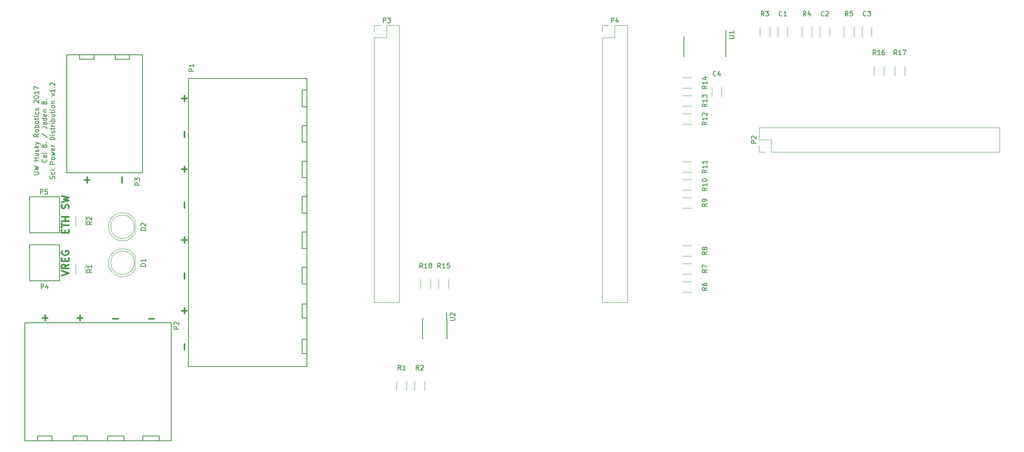
<source format=gbr>
G04 #@! TF.FileFunction,Legend,Top*
%FSLAX46Y46*%
G04 Gerber Fmt 4.6, Leading zero omitted, Abs format (unit mm)*
G04 Created by KiCad (PCBNEW 4.0.3-stable) date 05/06/17 11:59:30*
%MOMM*%
%LPD*%
G01*
G04 APERTURE LIST*
%ADD10C,0.100000*%
%ADD11C,0.300000*%
%ADD12C,0.200000*%
%ADD13C,0.120000*%
%ADD14C,0.150000*%
G04 APERTURE END LIST*
D10*
D11*
X47438571Y-102373571D02*
X48938571Y-101873571D01*
X47438571Y-101373571D01*
X48938571Y-100016428D02*
X48224286Y-100516428D01*
X48938571Y-100873571D02*
X47438571Y-100873571D01*
X47438571Y-100302143D01*
X47510000Y-100159285D01*
X47581429Y-100087857D01*
X47724286Y-100016428D01*
X47938571Y-100016428D01*
X48081429Y-100087857D01*
X48152857Y-100159285D01*
X48224286Y-100302143D01*
X48224286Y-100873571D01*
X48152857Y-99373571D02*
X48152857Y-98873571D01*
X48938571Y-98659285D02*
X48938571Y-99373571D01*
X47438571Y-99373571D01*
X47438571Y-98659285D01*
X47510000Y-97230714D02*
X47438571Y-97373571D01*
X47438571Y-97587857D01*
X47510000Y-97802142D01*
X47652857Y-97945000D01*
X47795714Y-98016428D01*
X48081429Y-98087857D01*
X48295714Y-98087857D01*
X48581429Y-98016428D01*
X48724286Y-97945000D01*
X48867143Y-97802142D01*
X48938571Y-97587857D01*
X48938571Y-97445000D01*
X48867143Y-97230714D01*
X48795714Y-97159285D01*
X48295714Y-97159285D01*
X48295714Y-97445000D01*
X48152857Y-93356428D02*
X48152857Y-92856428D01*
X48938571Y-92642142D02*
X48938571Y-93356428D01*
X47438571Y-93356428D01*
X47438571Y-92642142D01*
X47438571Y-92213571D02*
X47438571Y-91356428D01*
X48938571Y-91784999D02*
X47438571Y-91784999D01*
X48938571Y-90856428D02*
X47438571Y-90856428D01*
X48152857Y-90856428D02*
X48152857Y-89999285D01*
X48938571Y-89999285D02*
X47438571Y-89999285D01*
X48867143Y-88213571D02*
X48938571Y-87999285D01*
X48938571Y-87642142D01*
X48867143Y-87499285D01*
X48795714Y-87427856D01*
X48652857Y-87356428D01*
X48510000Y-87356428D01*
X48367143Y-87427856D01*
X48295714Y-87499285D01*
X48224286Y-87642142D01*
X48152857Y-87927856D01*
X48081429Y-88070714D01*
X48010000Y-88142142D01*
X47867143Y-88213571D01*
X47724286Y-88213571D01*
X47581429Y-88142142D01*
X47510000Y-88070714D01*
X47438571Y-87927856D01*
X47438571Y-87570714D01*
X47510000Y-87356428D01*
X47438571Y-86856428D02*
X48938571Y-86499285D01*
X47867143Y-86213571D01*
X48938571Y-85927857D01*
X47438571Y-85570714D01*
X43922143Y-111950428D02*
X43922143Y-110807571D01*
X44493571Y-111379000D02*
X43350714Y-111379000D01*
X66992428Y-111525857D02*
X65849571Y-111525857D01*
X59372428Y-111525857D02*
X58229571Y-111525857D01*
X51288143Y-111950428D02*
X51288143Y-110807571D01*
X51859571Y-111379000D02*
X50716714Y-111379000D01*
X73386143Y-110426428D02*
X73386143Y-109283571D01*
X73957571Y-109855000D02*
X72814714Y-109855000D01*
X73386143Y-118046428D02*
X73386143Y-116903571D01*
X73386143Y-103060428D02*
X73386143Y-101917571D01*
X73386143Y-95440428D02*
X73386143Y-94297571D01*
X73957571Y-94869000D02*
X72814714Y-94869000D01*
X73386143Y-88074428D02*
X73386143Y-86931571D01*
X73386143Y-80454428D02*
X73386143Y-79311571D01*
X73957571Y-79883000D02*
X72814714Y-79883000D01*
X73386143Y-73088428D02*
X73386143Y-71945571D01*
X73386143Y-65468428D02*
X73386143Y-64325571D01*
X73957571Y-64897000D02*
X72814714Y-64897000D01*
X60178143Y-82740428D02*
X60178143Y-81597571D01*
X52812143Y-82740428D02*
X52812143Y-81597571D01*
X53383571Y-82169000D02*
X52240714Y-82169000D01*
D12*
X41567381Y-81040715D02*
X42376905Y-81040715D01*
X42472143Y-80993096D01*
X42519762Y-80945477D01*
X42567381Y-80850239D01*
X42567381Y-80659762D01*
X42519762Y-80564524D01*
X42472143Y-80516905D01*
X42376905Y-80469286D01*
X41567381Y-80469286D01*
X41567381Y-80088334D02*
X42567381Y-79850239D01*
X41853095Y-79659762D01*
X42567381Y-79469286D01*
X41567381Y-79231191D01*
X42567381Y-78088334D02*
X41567381Y-78088334D01*
X42043571Y-78088334D02*
X42043571Y-77516905D01*
X42567381Y-77516905D02*
X41567381Y-77516905D01*
X41900714Y-76612143D02*
X42567381Y-76612143D01*
X41900714Y-77040715D02*
X42424524Y-77040715D01*
X42519762Y-76993096D01*
X42567381Y-76897858D01*
X42567381Y-76755000D01*
X42519762Y-76659762D01*
X42472143Y-76612143D01*
X42519762Y-76183572D02*
X42567381Y-76088334D01*
X42567381Y-75897858D01*
X42519762Y-75802619D01*
X42424524Y-75755000D01*
X42376905Y-75755000D01*
X42281667Y-75802619D01*
X42234048Y-75897858D01*
X42234048Y-76040715D01*
X42186429Y-76135953D01*
X42091190Y-76183572D01*
X42043571Y-76183572D01*
X41948333Y-76135953D01*
X41900714Y-76040715D01*
X41900714Y-75897858D01*
X41948333Y-75802619D01*
X42567381Y-75326429D02*
X41567381Y-75326429D01*
X42186429Y-75231191D02*
X42567381Y-74945476D01*
X41900714Y-74945476D02*
X42281667Y-75326429D01*
X41900714Y-74612143D02*
X42567381Y-74374048D01*
X41900714Y-74135952D02*
X42567381Y-74374048D01*
X42805476Y-74469286D01*
X42853095Y-74516905D01*
X42900714Y-74612143D01*
X42567381Y-72421666D02*
X42091190Y-72755000D01*
X42567381Y-72993095D02*
X41567381Y-72993095D01*
X41567381Y-72612142D01*
X41615000Y-72516904D01*
X41662619Y-72469285D01*
X41757857Y-72421666D01*
X41900714Y-72421666D01*
X41995952Y-72469285D01*
X42043571Y-72516904D01*
X42091190Y-72612142D01*
X42091190Y-72993095D01*
X42567381Y-71850238D02*
X42519762Y-71945476D01*
X42472143Y-71993095D01*
X42376905Y-72040714D01*
X42091190Y-72040714D01*
X41995952Y-71993095D01*
X41948333Y-71945476D01*
X41900714Y-71850238D01*
X41900714Y-71707380D01*
X41948333Y-71612142D01*
X41995952Y-71564523D01*
X42091190Y-71516904D01*
X42376905Y-71516904D01*
X42472143Y-71564523D01*
X42519762Y-71612142D01*
X42567381Y-71707380D01*
X42567381Y-71850238D01*
X42567381Y-71088333D02*
X41567381Y-71088333D01*
X41948333Y-71088333D02*
X41900714Y-70993095D01*
X41900714Y-70802618D01*
X41948333Y-70707380D01*
X41995952Y-70659761D01*
X42091190Y-70612142D01*
X42376905Y-70612142D01*
X42472143Y-70659761D01*
X42519762Y-70707380D01*
X42567381Y-70802618D01*
X42567381Y-70993095D01*
X42519762Y-71088333D01*
X42567381Y-70040714D02*
X42519762Y-70135952D01*
X42472143Y-70183571D01*
X42376905Y-70231190D01*
X42091190Y-70231190D01*
X41995952Y-70183571D01*
X41948333Y-70135952D01*
X41900714Y-70040714D01*
X41900714Y-69897856D01*
X41948333Y-69802618D01*
X41995952Y-69754999D01*
X42091190Y-69707380D01*
X42376905Y-69707380D01*
X42472143Y-69754999D01*
X42519762Y-69802618D01*
X42567381Y-69897856D01*
X42567381Y-70040714D01*
X41900714Y-69421666D02*
X41900714Y-69040714D01*
X41567381Y-69278809D02*
X42424524Y-69278809D01*
X42519762Y-69231190D01*
X42567381Y-69135952D01*
X42567381Y-69040714D01*
X42567381Y-68707380D02*
X41900714Y-68707380D01*
X41567381Y-68707380D02*
X41615000Y-68754999D01*
X41662619Y-68707380D01*
X41615000Y-68659761D01*
X41567381Y-68707380D01*
X41662619Y-68707380D01*
X42519762Y-67802618D02*
X42567381Y-67897856D01*
X42567381Y-68088333D01*
X42519762Y-68183571D01*
X42472143Y-68231190D01*
X42376905Y-68278809D01*
X42091190Y-68278809D01*
X41995952Y-68231190D01*
X41948333Y-68183571D01*
X41900714Y-68088333D01*
X41900714Y-67897856D01*
X41948333Y-67802618D01*
X42519762Y-67421666D02*
X42567381Y-67326428D01*
X42567381Y-67135952D01*
X42519762Y-67040713D01*
X42424524Y-66993094D01*
X42376905Y-66993094D01*
X42281667Y-67040713D01*
X42234048Y-67135952D01*
X42234048Y-67278809D01*
X42186429Y-67374047D01*
X42091190Y-67421666D01*
X42043571Y-67421666D01*
X41948333Y-67374047D01*
X41900714Y-67278809D01*
X41900714Y-67135952D01*
X41948333Y-67040713D01*
X41662619Y-65850237D02*
X41615000Y-65802618D01*
X41567381Y-65707380D01*
X41567381Y-65469284D01*
X41615000Y-65374046D01*
X41662619Y-65326427D01*
X41757857Y-65278808D01*
X41853095Y-65278808D01*
X41995952Y-65326427D01*
X42567381Y-65897856D01*
X42567381Y-65278808D01*
X41567381Y-64659761D02*
X41567381Y-64564522D01*
X41615000Y-64469284D01*
X41662619Y-64421665D01*
X41757857Y-64374046D01*
X41948333Y-64326427D01*
X42186429Y-64326427D01*
X42376905Y-64374046D01*
X42472143Y-64421665D01*
X42519762Y-64469284D01*
X42567381Y-64564522D01*
X42567381Y-64659761D01*
X42519762Y-64754999D01*
X42472143Y-64802618D01*
X42376905Y-64850237D01*
X42186429Y-64897856D01*
X41948333Y-64897856D01*
X41757857Y-64850237D01*
X41662619Y-64802618D01*
X41615000Y-64754999D01*
X41567381Y-64659761D01*
X42567381Y-63374046D02*
X42567381Y-63945475D01*
X42567381Y-63659761D02*
X41567381Y-63659761D01*
X41710238Y-63754999D01*
X41805476Y-63850237D01*
X41853095Y-63945475D01*
X41567381Y-63040713D02*
X41567381Y-62374046D01*
X42567381Y-62802618D01*
X44172143Y-77826428D02*
X44219762Y-77874047D01*
X44267381Y-78016904D01*
X44267381Y-78112142D01*
X44219762Y-78255000D01*
X44124524Y-78350238D01*
X44029286Y-78397857D01*
X43838810Y-78445476D01*
X43695952Y-78445476D01*
X43505476Y-78397857D01*
X43410238Y-78350238D01*
X43315000Y-78255000D01*
X43267381Y-78112142D01*
X43267381Y-78016904D01*
X43315000Y-77874047D01*
X43362619Y-77826428D01*
X44267381Y-76969285D02*
X43743571Y-76969285D01*
X43648333Y-77016904D01*
X43600714Y-77112142D01*
X43600714Y-77302619D01*
X43648333Y-77397857D01*
X44219762Y-76969285D02*
X44267381Y-77064523D01*
X44267381Y-77302619D01*
X44219762Y-77397857D01*
X44124524Y-77445476D01*
X44029286Y-77445476D01*
X43934048Y-77397857D01*
X43886429Y-77302619D01*
X43886429Y-77064523D01*
X43838810Y-76969285D01*
X44267381Y-76493095D02*
X43600714Y-76493095D01*
X43267381Y-76493095D02*
X43315000Y-76540714D01*
X43362619Y-76493095D01*
X43315000Y-76445476D01*
X43267381Y-76493095D01*
X43362619Y-76493095D01*
X43743571Y-74921666D02*
X43791190Y-74778809D01*
X43838810Y-74731190D01*
X43934048Y-74683571D01*
X44076905Y-74683571D01*
X44172143Y-74731190D01*
X44219762Y-74778809D01*
X44267381Y-74874047D01*
X44267381Y-75255000D01*
X43267381Y-75255000D01*
X43267381Y-74921666D01*
X43315000Y-74826428D01*
X43362619Y-74778809D01*
X43457857Y-74731190D01*
X43553095Y-74731190D01*
X43648333Y-74778809D01*
X43695952Y-74826428D01*
X43743571Y-74921666D01*
X43743571Y-75255000D01*
X44172143Y-74255000D02*
X44219762Y-74207381D01*
X44267381Y-74255000D01*
X44219762Y-74302619D01*
X44172143Y-74255000D01*
X44267381Y-74255000D01*
X43219762Y-72302619D02*
X44505476Y-73159762D01*
X43267381Y-70921666D02*
X43981667Y-70921666D01*
X44124524Y-70969286D01*
X44219762Y-71064524D01*
X44267381Y-71207381D01*
X44267381Y-71302619D01*
X44267381Y-70016904D02*
X43743571Y-70016904D01*
X43648333Y-70064523D01*
X43600714Y-70159761D01*
X43600714Y-70350238D01*
X43648333Y-70445476D01*
X44219762Y-70016904D02*
X44267381Y-70112142D01*
X44267381Y-70350238D01*
X44219762Y-70445476D01*
X44124524Y-70493095D01*
X44029286Y-70493095D01*
X43934048Y-70445476D01*
X43886429Y-70350238D01*
X43886429Y-70112142D01*
X43838810Y-70016904D01*
X44267381Y-69112142D02*
X43267381Y-69112142D01*
X44219762Y-69112142D02*
X44267381Y-69207380D01*
X44267381Y-69397857D01*
X44219762Y-69493095D01*
X44172143Y-69540714D01*
X44076905Y-69588333D01*
X43791190Y-69588333D01*
X43695952Y-69540714D01*
X43648333Y-69493095D01*
X43600714Y-69397857D01*
X43600714Y-69207380D01*
X43648333Y-69112142D01*
X44219762Y-68254999D02*
X44267381Y-68350237D01*
X44267381Y-68540714D01*
X44219762Y-68635952D01*
X44124524Y-68683571D01*
X43743571Y-68683571D01*
X43648333Y-68635952D01*
X43600714Y-68540714D01*
X43600714Y-68350237D01*
X43648333Y-68254999D01*
X43743571Y-68207380D01*
X43838810Y-68207380D01*
X43934048Y-68683571D01*
X43600714Y-67778809D02*
X44267381Y-67778809D01*
X43695952Y-67778809D02*
X43648333Y-67731190D01*
X43600714Y-67635952D01*
X43600714Y-67493094D01*
X43648333Y-67397856D01*
X43743571Y-67350237D01*
X44267381Y-67350237D01*
X43743571Y-65778808D02*
X43791190Y-65635951D01*
X43838810Y-65588332D01*
X43934048Y-65540713D01*
X44076905Y-65540713D01*
X44172143Y-65588332D01*
X44219762Y-65635951D01*
X44267381Y-65731189D01*
X44267381Y-66112142D01*
X43267381Y-66112142D01*
X43267381Y-65778808D01*
X43315000Y-65683570D01*
X43362619Y-65635951D01*
X43457857Y-65588332D01*
X43553095Y-65588332D01*
X43648333Y-65635951D01*
X43695952Y-65683570D01*
X43743571Y-65778808D01*
X43743571Y-66112142D01*
X44172143Y-65112142D02*
X44219762Y-65064523D01*
X44267381Y-65112142D01*
X44219762Y-65159761D01*
X44172143Y-65112142D01*
X44267381Y-65112142D01*
X45919762Y-81945477D02*
X45967381Y-81802620D01*
X45967381Y-81564524D01*
X45919762Y-81469286D01*
X45872143Y-81421667D01*
X45776905Y-81374048D01*
X45681667Y-81374048D01*
X45586429Y-81421667D01*
X45538810Y-81469286D01*
X45491190Y-81564524D01*
X45443571Y-81755001D01*
X45395952Y-81850239D01*
X45348333Y-81897858D01*
X45253095Y-81945477D01*
X45157857Y-81945477D01*
X45062619Y-81897858D01*
X45015000Y-81850239D01*
X44967381Y-81755001D01*
X44967381Y-81516905D01*
X45015000Y-81374048D01*
X45919762Y-80516905D02*
X45967381Y-80612143D01*
X45967381Y-80802620D01*
X45919762Y-80897858D01*
X45872143Y-80945477D01*
X45776905Y-80993096D01*
X45491190Y-80993096D01*
X45395952Y-80945477D01*
X45348333Y-80897858D01*
X45300714Y-80802620D01*
X45300714Y-80612143D01*
X45348333Y-80516905D01*
X45967381Y-80088334D02*
X45300714Y-80088334D01*
X44967381Y-80088334D02*
X45015000Y-80135953D01*
X45062619Y-80088334D01*
X45015000Y-80040715D01*
X44967381Y-80088334D01*
X45062619Y-80088334D01*
X45967381Y-78850239D02*
X44967381Y-78850239D01*
X44967381Y-78469286D01*
X45015000Y-78374048D01*
X45062619Y-78326429D01*
X45157857Y-78278810D01*
X45300714Y-78278810D01*
X45395952Y-78326429D01*
X45443571Y-78374048D01*
X45491190Y-78469286D01*
X45491190Y-78850239D01*
X45967381Y-77707382D02*
X45919762Y-77802620D01*
X45872143Y-77850239D01*
X45776905Y-77897858D01*
X45491190Y-77897858D01*
X45395952Y-77850239D01*
X45348333Y-77802620D01*
X45300714Y-77707382D01*
X45300714Y-77564524D01*
X45348333Y-77469286D01*
X45395952Y-77421667D01*
X45491190Y-77374048D01*
X45776905Y-77374048D01*
X45872143Y-77421667D01*
X45919762Y-77469286D01*
X45967381Y-77564524D01*
X45967381Y-77707382D01*
X45300714Y-77040715D02*
X45967381Y-76850239D01*
X45491190Y-76659762D01*
X45967381Y-76469286D01*
X45300714Y-76278810D01*
X45919762Y-75516905D02*
X45967381Y-75612143D01*
X45967381Y-75802620D01*
X45919762Y-75897858D01*
X45824524Y-75945477D01*
X45443571Y-75945477D01*
X45348333Y-75897858D01*
X45300714Y-75802620D01*
X45300714Y-75612143D01*
X45348333Y-75516905D01*
X45443571Y-75469286D01*
X45538810Y-75469286D01*
X45634048Y-75945477D01*
X45967381Y-75040715D02*
X45300714Y-75040715D01*
X45491190Y-75040715D02*
X45395952Y-74993096D01*
X45348333Y-74945477D01*
X45300714Y-74850239D01*
X45300714Y-74755000D01*
X45967381Y-73659762D02*
X44967381Y-73659762D01*
X44967381Y-73421667D01*
X45015000Y-73278809D01*
X45110238Y-73183571D01*
X45205476Y-73135952D01*
X45395952Y-73088333D01*
X45538810Y-73088333D01*
X45729286Y-73135952D01*
X45824524Y-73183571D01*
X45919762Y-73278809D01*
X45967381Y-73421667D01*
X45967381Y-73659762D01*
X45967381Y-72659762D02*
X45300714Y-72659762D01*
X44967381Y-72659762D02*
X45015000Y-72707381D01*
X45062619Y-72659762D01*
X45015000Y-72612143D01*
X44967381Y-72659762D01*
X45062619Y-72659762D01*
X45919762Y-72231191D02*
X45967381Y-72135953D01*
X45967381Y-71945477D01*
X45919762Y-71850238D01*
X45824524Y-71802619D01*
X45776905Y-71802619D01*
X45681667Y-71850238D01*
X45634048Y-71945477D01*
X45634048Y-72088334D01*
X45586429Y-72183572D01*
X45491190Y-72231191D01*
X45443571Y-72231191D01*
X45348333Y-72183572D01*
X45300714Y-72088334D01*
X45300714Y-71945477D01*
X45348333Y-71850238D01*
X45300714Y-71516905D02*
X45300714Y-71135953D01*
X44967381Y-71374048D02*
X45824524Y-71374048D01*
X45919762Y-71326429D01*
X45967381Y-71231191D01*
X45967381Y-71135953D01*
X45967381Y-70802619D02*
X45300714Y-70802619D01*
X45491190Y-70802619D02*
X45395952Y-70755000D01*
X45348333Y-70707381D01*
X45300714Y-70612143D01*
X45300714Y-70516904D01*
X45967381Y-70183571D02*
X45300714Y-70183571D01*
X44967381Y-70183571D02*
X45015000Y-70231190D01*
X45062619Y-70183571D01*
X45015000Y-70135952D01*
X44967381Y-70183571D01*
X45062619Y-70183571D01*
X45967381Y-69707381D02*
X44967381Y-69707381D01*
X45348333Y-69707381D02*
X45300714Y-69612143D01*
X45300714Y-69421666D01*
X45348333Y-69326428D01*
X45395952Y-69278809D01*
X45491190Y-69231190D01*
X45776905Y-69231190D01*
X45872143Y-69278809D01*
X45919762Y-69326428D01*
X45967381Y-69421666D01*
X45967381Y-69612143D01*
X45919762Y-69707381D01*
X45300714Y-68374047D02*
X45967381Y-68374047D01*
X45300714Y-68802619D02*
X45824524Y-68802619D01*
X45919762Y-68755000D01*
X45967381Y-68659762D01*
X45967381Y-68516904D01*
X45919762Y-68421666D01*
X45872143Y-68374047D01*
X45300714Y-68040714D02*
X45300714Y-67659762D01*
X44967381Y-67897857D02*
X45824524Y-67897857D01*
X45919762Y-67850238D01*
X45967381Y-67755000D01*
X45967381Y-67659762D01*
X45967381Y-67326428D02*
X45300714Y-67326428D01*
X44967381Y-67326428D02*
X45015000Y-67374047D01*
X45062619Y-67326428D01*
X45015000Y-67278809D01*
X44967381Y-67326428D01*
X45062619Y-67326428D01*
X45967381Y-66707381D02*
X45919762Y-66802619D01*
X45872143Y-66850238D01*
X45776905Y-66897857D01*
X45491190Y-66897857D01*
X45395952Y-66850238D01*
X45348333Y-66802619D01*
X45300714Y-66707381D01*
X45300714Y-66564523D01*
X45348333Y-66469285D01*
X45395952Y-66421666D01*
X45491190Y-66374047D01*
X45776905Y-66374047D01*
X45872143Y-66421666D01*
X45919762Y-66469285D01*
X45967381Y-66564523D01*
X45967381Y-66707381D01*
X45300714Y-65945476D02*
X45967381Y-65945476D01*
X45395952Y-65945476D02*
X45348333Y-65897857D01*
X45300714Y-65802619D01*
X45300714Y-65659761D01*
X45348333Y-65564523D01*
X45443571Y-65516904D01*
X45967381Y-65516904D01*
X45300714Y-64374047D02*
X45967381Y-64135952D01*
X45300714Y-63897856D01*
X45967381Y-62993094D02*
X45967381Y-63564523D01*
X45967381Y-63278809D02*
X44967381Y-63278809D01*
X45110238Y-63374047D01*
X45205476Y-63469285D01*
X45253095Y-63564523D01*
X45872143Y-62564523D02*
X45919762Y-62516904D01*
X45967381Y-62564523D01*
X45919762Y-62612142D01*
X45872143Y-62564523D01*
X45967381Y-62564523D01*
X45062619Y-62135952D02*
X45015000Y-62088333D01*
X44967381Y-61993095D01*
X44967381Y-61754999D01*
X45015000Y-61659761D01*
X45062619Y-61612142D01*
X45157857Y-61564523D01*
X45253095Y-61564523D01*
X45395952Y-61612142D01*
X45967381Y-62183571D01*
X45967381Y-61564523D01*
D13*
X113545000Y-52070000D02*
X113545000Y-108070000D01*
X113545000Y-108070000D02*
X118865000Y-108070000D01*
X118865000Y-108070000D02*
X118865000Y-49410000D01*
X118865000Y-49410000D02*
X116205000Y-49410000D01*
X116205000Y-49410000D02*
X116205000Y-52070000D01*
X116205000Y-52070000D02*
X113545000Y-52070000D01*
X113545000Y-50800000D02*
X113545000Y-49410000D01*
X113545000Y-49410000D02*
X114935000Y-49410000D01*
X161805000Y-52070000D02*
X161805000Y-108070000D01*
X161805000Y-108070000D02*
X167125000Y-108070000D01*
X167125000Y-108070000D02*
X167125000Y-49410000D01*
X167125000Y-49410000D02*
X164465000Y-49410000D01*
X164465000Y-49410000D02*
X164465000Y-52070000D01*
X164465000Y-52070000D02*
X161805000Y-52070000D01*
X161805000Y-50800000D02*
X161805000Y-49410000D01*
X161805000Y-49410000D02*
X163195000Y-49410000D01*
X201045000Y-51800000D02*
X201045000Y-49800000D01*
X199005000Y-49800000D02*
X199005000Y-51800000D01*
X209935000Y-51800000D02*
X209935000Y-49800000D01*
X207895000Y-49800000D02*
X207895000Y-51800000D01*
X218825000Y-51800000D02*
X218825000Y-49800000D01*
X216785000Y-49800000D02*
X216785000Y-51800000D01*
X187075000Y-64500000D02*
X187075000Y-62500000D01*
X185035000Y-62500000D02*
X185035000Y-64500000D01*
X197561200Y-76247300D02*
X245881200Y-76247300D01*
X245881200Y-76247300D02*
X245881200Y-71047300D01*
X245881200Y-71047300D02*
X194961200Y-71047300D01*
X194961200Y-71047300D02*
X194961200Y-73647300D01*
X194961200Y-73647300D02*
X197561200Y-73647300D01*
X197561200Y-73647300D02*
X197561200Y-76247300D01*
X196291200Y-76247300D02*
X194961200Y-76247300D01*
X194961200Y-76247300D02*
X194961200Y-74917300D01*
X129340000Y-103140000D02*
X129340000Y-105140000D01*
X127200000Y-105140000D02*
X127200000Y-103140000D01*
X125530000Y-103140000D02*
X125530000Y-105140000D01*
X123390000Y-105140000D02*
X123390000Y-103140000D01*
D14*
X128940000Y-111590000D02*
X128890000Y-111590000D01*
X128940000Y-115740000D02*
X128795000Y-115740000D01*
X123790000Y-115740000D02*
X123935000Y-115740000D01*
X123790000Y-111590000D02*
X123935000Y-111590000D01*
X128940000Y-111590000D02*
X128940000Y-115740000D01*
X123790000Y-111590000D02*
X123790000Y-115740000D01*
X128890000Y-111590000D02*
X128890000Y-110190000D01*
X187965000Y-51900000D02*
X187940000Y-51900000D01*
X187965000Y-56050000D02*
X187850000Y-56050000D01*
X179065000Y-56050000D02*
X179180000Y-56050000D01*
X179065000Y-51900000D02*
X179180000Y-51900000D01*
X187965000Y-51900000D02*
X187965000Y-56050000D01*
X179065000Y-51900000D02*
X179065000Y-56050000D01*
X187940000Y-51900000D02*
X187940000Y-50525000D01*
D13*
X197285000Y-49800000D02*
X197285000Y-51800000D01*
X195145000Y-51800000D02*
X195145000Y-49800000D01*
X206175000Y-49800000D02*
X206175000Y-51800000D01*
X204035000Y-51800000D02*
X204035000Y-49800000D01*
X215065000Y-49800000D02*
X215065000Y-51800000D01*
X212925000Y-51800000D02*
X212925000Y-49800000D01*
X178705000Y-103705000D02*
X180705000Y-103705000D01*
X180705000Y-105845000D02*
X178705000Y-105845000D01*
X178705000Y-99895000D02*
X180705000Y-99895000D01*
X180705000Y-102035000D02*
X178705000Y-102035000D01*
X178705000Y-96085000D02*
X180705000Y-96085000D01*
X180705000Y-98225000D02*
X178705000Y-98225000D01*
X178705000Y-85925000D02*
X180705000Y-85925000D01*
X180705000Y-88065000D02*
X178705000Y-88065000D01*
X178705000Y-82115000D02*
X180705000Y-82115000D01*
X180705000Y-84255000D02*
X178705000Y-84255000D01*
X178705000Y-78305000D02*
X180705000Y-78305000D01*
X180705000Y-80445000D02*
X178705000Y-80445000D01*
X178705000Y-68145000D02*
X180705000Y-68145000D01*
X180705000Y-70285000D02*
X178705000Y-70285000D01*
X178705000Y-64335000D02*
X180705000Y-64335000D01*
X180705000Y-66475000D02*
X178705000Y-66475000D01*
X178705000Y-60525000D02*
X180705000Y-60525000D01*
X180705000Y-62665000D02*
X178705000Y-62665000D01*
X221415000Y-58055000D02*
X221415000Y-60055000D01*
X219275000Y-60055000D02*
X219275000Y-58055000D01*
X225860000Y-58055000D02*
X225860000Y-60055000D01*
X223720000Y-60055000D02*
X223720000Y-58055000D01*
X120450000Y-124730000D02*
X120450000Y-126730000D01*
X118310000Y-126730000D02*
X118310000Y-124730000D01*
X124260000Y-124730000D02*
X124260000Y-126730000D01*
X122120000Y-126730000D02*
X122120000Y-124730000D01*
X52505000Y-99965000D02*
X52505000Y-101965000D01*
X50365000Y-101965000D02*
X50365000Y-99965000D01*
X50365000Y-91805000D02*
X50365000Y-89805000D01*
X52505000Y-89805000D02*
X52505000Y-91805000D01*
D14*
X64515000Y-80645000D02*
X48515000Y-80645000D01*
X54265000Y-55645000D02*
X54265000Y-56645000D01*
X54265000Y-56645000D02*
X51265000Y-56645000D01*
X51265000Y-56645000D02*
X51265000Y-55645000D01*
X61765000Y-55645000D02*
X61765000Y-56645000D01*
X61765000Y-56645000D02*
X58765000Y-56645000D01*
X58765000Y-56645000D02*
X58765000Y-55645000D01*
X64515000Y-59645000D02*
X64515000Y-55645000D01*
X64515000Y-55645000D02*
X48515000Y-55645000D01*
X48515000Y-55645000D02*
X48515000Y-62395000D01*
X48515000Y-80645000D02*
X48515000Y-62395000D01*
X64515000Y-59645000D02*
X64515000Y-80645000D01*
X64625000Y-137395000D02*
X64625000Y-136395000D01*
X64625000Y-136395000D02*
X68125000Y-136395000D01*
X68125000Y-136395000D02*
X68125000Y-137395000D01*
X57125000Y-137395000D02*
X57125000Y-136395000D01*
X57125000Y-136395000D02*
X60625000Y-136395000D01*
X60625000Y-136395000D02*
X60625000Y-137395000D01*
X55625000Y-112395000D02*
X70625000Y-112395000D01*
X70625000Y-112395000D02*
X70625000Y-137395000D01*
X70625000Y-137395000D02*
X55625000Y-137395000D01*
X39625000Y-112395000D02*
X55625000Y-112395000D01*
X49875000Y-137395000D02*
X49875000Y-136395000D01*
X49875000Y-136395000D02*
X52875000Y-136395000D01*
X52875000Y-136395000D02*
X52875000Y-137395000D01*
X42375000Y-137395000D02*
X42375000Y-136395000D01*
X42375000Y-136395000D02*
X45375000Y-136395000D01*
X45375000Y-136395000D02*
X45375000Y-137395000D01*
X39625000Y-133395000D02*
X39625000Y-137395000D01*
X39625000Y-137395000D02*
X55625000Y-137395000D01*
X39625000Y-133395000D02*
X39625000Y-112395000D01*
X99295000Y-66665000D02*
X98295000Y-66665000D01*
X98295000Y-66665000D02*
X98295000Y-63165000D01*
X98295000Y-63165000D02*
X99295000Y-63165000D01*
X99295000Y-74165000D02*
X98295000Y-74165000D01*
X98295000Y-74165000D02*
X98295000Y-70665000D01*
X98295000Y-70665000D02*
X99295000Y-70665000D01*
X99295000Y-81665000D02*
X98295000Y-81665000D01*
X98295000Y-81665000D02*
X98295000Y-78165000D01*
X98295000Y-78165000D02*
X99295000Y-78165000D01*
X99295000Y-89165000D02*
X98295000Y-89165000D01*
X98295000Y-89165000D02*
X98295000Y-85665000D01*
X98295000Y-85665000D02*
X99295000Y-85665000D01*
X74295000Y-90665000D02*
X74295000Y-60665000D01*
X99295000Y-60665000D02*
X99295000Y-90665000D01*
X74295000Y-60665000D02*
X99295000Y-60665000D01*
X99295000Y-96665000D02*
X98295000Y-96665000D01*
X98295000Y-96665000D02*
X98295000Y-93165000D01*
X98295000Y-93165000D02*
X99295000Y-93165000D01*
X99295000Y-104165000D02*
X98295000Y-104165000D01*
X98295000Y-104165000D02*
X98295000Y-100665000D01*
X98295000Y-100665000D02*
X99295000Y-100665000D01*
X74295000Y-105665000D02*
X74295000Y-90665000D01*
X99295000Y-90665000D02*
X99295000Y-105665000D01*
X74295000Y-121665000D02*
X74295000Y-105665000D01*
X99295000Y-111415000D02*
X98295000Y-111415000D01*
X98295000Y-111415000D02*
X98295000Y-108415000D01*
X98295000Y-108415000D02*
X99295000Y-108415000D01*
X99295000Y-118915000D02*
X98295000Y-118915000D01*
X98295000Y-118915000D02*
X98295000Y-115915000D01*
X98295000Y-115915000D02*
X99295000Y-115915000D01*
X95295000Y-121665000D02*
X99295000Y-121665000D01*
X99295000Y-121665000D02*
X99295000Y-105665000D01*
X95295000Y-121665000D02*
X74295000Y-121665000D01*
X43815000Y-95885000D02*
X46990000Y-95885000D01*
X46990000Y-95885000D02*
X46990000Y-103505000D01*
X46990000Y-103505000D02*
X40640000Y-103505000D01*
X40640000Y-103505000D02*
X40640000Y-95885000D01*
X40640000Y-95885000D02*
X43815000Y-95885000D01*
D13*
X57335000Y-99694538D02*
G75*
G03X62885000Y-101239830I2990000J-462D01*
G01*
X57335000Y-99695462D02*
G75*
G02X62885000Y-98150170I2990000J462D01*
G01*
X62825000Y-99695000D02*
G75*
G03X62825000Y-99695000I-2500000J0D01*
G01*
X62885000Y-101240000D02*
X62885000Y-98150000D01*
X57335000Y-92074538D02*
G75*
G03X62885000Y-93619830I2990000J-462D01*
G01*
X57335000Y-92075462D02*
G75*
G02X62885000Y-90530170I2990000J462D01*
G01*
X62825000Y-92075000D02*
G75*
G03X62825000Y-92075000I-2500000J0D01*
G01*
X62885000Y-93620000D02*
X62885000Y-90530000D01*
D14*
X43815000Y-85725000D02*
X46990000Y-85725000D01*
X46990000Y-85725000D02*
X46990000Y-93345000D01*
X46990000Y-93345000D02*
X40640000Y-93345000D01*
X40640000Y-93345000D02*
X40640000Y-85725000D01*
X40640000Y-85725000D02*
X43815000Y-85725000D01*
X115466905Y-48862381D02*
X115466905Y-47862381D01*
X115847858Y-47862381D01*
X115943096Y-47910000D01*
X115990715Y-47957619D01*
X116038334Y-48052857D01*
X116038334Y-48195714D01*
X115990715Y-48290952D01*
X115943096Y-48338571D01*
X115847858Y-48386190D01*
X115466905Y-48386190D01*
X116371667Y-47862381D02*
X116990715Y-47862381D01*
X116657381Y-48243333D01*
X116800239Y-48243333D01*
X116895477Y-48290952D01*
X116943096Y-48338571D01*
X116990715Y-48433810D01*
X116990715Y-48671905D01*
X116943096Y-48767143D01*
X116895477Y-48814762D01*
X116800239Y-48862381D01*
X116514524Y-48862381D01*
X116419286Y-48814762D01*
X116371667Y-48767143D01*
X163726905Y-48862381D02*
X163726905Y-47862381D01*
X164107858Y-47862381D01*
X164203096Y-47910000D01*
X164250715Y-47957619D01*
X164298334Y-48052857D01*
X164298334Y-48195714D01*
X164250715Y-48290952D01*
X164203096Y-48338571D01*
X164107858Y-48386190D01*
X163726905Y-48386190D01*
X165155477Y-48195714D02*
X165155477Y-48862381D01*
X164917381Y-47814762D02*
X164679286Y-48529048D01*
X165298334Y-48529048D01*
X199858334Y-47347143D02*
X199810715Y-47394762D01*
X199667858Y-47442381D01*
X199572620Y-47442381D01*
X199429762Y-47394762D01*
X199334524Y-47299524D01*
X199286905Y-47204286D01*
X199239286Y-47013810D01*
X199239286Y-46870952D01*
X199286905Y-46680476D01*
X199334524Y-46585238D01*
X199429762Y-46490000D01*
X199572620Y-46442381D01*
X199667858Y-46442381D01*
X199810715Y-46490000D01*
X199858334Y-46537619D01*
X200810715Y-47442381D02*
X200239286Y-47442381D01*
X200525000Y-47442381D02*
X200525000Y-46442381D01*
X200429762Y-46585238D01*
X200334524Y-46680476D01*
X200239286Y-46728095D01*
X208748334Y-47347143D02*
X208700715Y-47394762D01*
X208557858Y-47442381D01*
X208462620Y-47442381D01*
X208319762Y-47394762D01*
X208224524Y-47299524D01*
X208176905Y-47204286D01*
X208129286Y-47013810D01*
X208129286Y-46870952D01*
X208176905Y-46680476D01*
X208224524Y-46585238D01*
X208319762Y-46490000D01*
X208462620Y-46442381D01*
X208557858Y-46442381D01*
X208700715Y-46490000D01*
X208748334Y-46537619D01*
X209129286Y-46537619D02*
X209176905Y-46490000D01*
X209272143Y-46442381D01*
X209510239Y-46442381D01*
X209605477Y-46490000D01*
X209653096Y-46537619D01*
X209700715Y-46632857D01*
X209700715Y-46728095D01*
X209653096Y-46870952D01*
X209081667Y-47442381D01*
X209700715Y-47442381D01*
X217638334Y-47347143D02*
X217590715Y-47394762D01*
X217447858Y-47442381D01*
X217352620Y-47442381D01*
X217209762Y-47394762D01*
X217114524Y-47299524D01*
X217066905Y-47204286D01*
X217019286Y-47013810D01*
X217019286Y-46870952D01*
X217066905Y-46680476D01*
X217114524Y-46585238D01*
X217209762Y-46490000D01*
X217352620Y-46442381D01*
X217447858Y-46442381D01*
X217590715Y-46490000D01*
X217638334Y-46537619D01*
X217971667Y-46442381D02*
X218590715Y-46442381D01*
X218257381Y-46823333D01*
X218400239Y-46823333D01*
X218495477Y-46870952D01*
X218543096Y-46918571D01*
X218590715Y-47013810D01*
X218590715Y-47251905D01*
X218543096Y-47347143D01*
X218495477Y-47394762D01*
X218400239Y-47442381D01*
X218114524Y-47442381D01*
X218019286Y-47394762D01*
X217971667Y-47347143D01*
X185888334Y-60047143D02*
X185840715Y-60094762D01*
X185697858Y-60142381D01*
X185602620Y-60142381D01*
X185459762Y-60094762D01*
X185364524Y-59999524D01*
X185316905Y-59904286D01*
X185269286Y-59713810D01*
X185269286Y-59570952D01*
X185316905Y-59380476D01*
X185364524Y-59285238D01*
X185459762Y-59190000D01*
X185602620Y-59142381D01*
X185697858Y-59142381D01*
X185840715Y-59190000D01*
X185888334Y-59237619D01*
X186745477Y-59475714D02*
X186745477Y-60142381D01*
X186507381Y-59094762D02*
X186269286Y-59809048D01*
X186888334Y-59809048D01*
X194413581Y-74385395D02*
X193413581Y-74385395D01*
X193413581Y-74004442D01*
X193461200Y-73909204D01*
X193508819Y-73861585D01*
X193604057Y-73813966D01*
X193746914Y-73813966D01*
X193842152Y-73861585D01*
X193889771Y-73909204D01*
X193937390Y-74004442D01*
X193937390Y-74385395D01*
X193508819Y-73433014D02*
X193461200Y-73385395D01*
X193413581Y-73290157D01*
X193413581Y-73052061D01*
X193461200Y-72956823D01*
X193508819Y-72909204D01*
X193604057Y-72861585D01*
X193699295Y-72861585D01*
X193842152Y-72909204D01*
X194413581Y-73480633D01*
X194413581Y-72861585D01*
X127627143Y-100782381D02*
X127293809Y-100306190D01*
X127055714Y-100782381D02*
X127055714Y-99782381D01*
X127436667Y-99782381D01*
X127531905Y-99830000D01*
X127579524Y-99877619D01*
X127627143Y-99972857D01*
X127627143Y-100115714D01*
X127579524Y-100210952D01*
X127531905Y-100258571D01*
X127436667Y-100306190D01*
X127055714Y-100306190D01*
X128579524Y-100782381D02*
X128008095Y-100782381D01*
X128293809Y-100782381D02*
X128293809Y-99782381D01*
X128198571Y-99925238D01*
X128103333Y-100020476D01*
X128008095Y-100068095D01*
X129484286Y-99782381D02*
X129008095Y-99782381D01*
X128960476Y-100258571D01*
X129008095Y-100210952D01*
X129103333Y-100163333D01*
X129341429Y-100163333D01*
X129436667Y-100210952D01*
X129484286Y-100258571D01*
X129531905Y-100353810D01*
X129531905Y-100591905D01*
X129484286Y-100687143D01*
X129436667Y-100734762D01*
X129341429Y-100782381D01*
X129103333Y-100782381D01*
X129008095Y-100734762D01*
X128960476Y-100687143D01*
X123817143Y-100782381D02*
X123483809Y-100306190D01*
X123245714Y-100782381D02*
X123245714Y-99782381D01*
X123626667Y-99782381D01*
X123721905Y-99830000D01*
X123769524Y-99877619D01*
X123817143Y-99972857D01*
X123817143Y-100115714D01*
X123769524Y-100210952D01*
X123721905Y-100258571D01*
X123626667Y-100306190D01*
X123245714Y-100306190D01*
X124769524Y-100782381D02*
X124198095Y-100782381D01*
X124483809Y-100782381D02*
X124483809Y-99782381D01*
X124388571Y-99925238D01*
X124293333Y-100020476D01*
X124198095Y-100068095D01*
X125340952Y-100210952D02*
X125245714Y-100163333D01*
X125198095Y-100115714D01*
X125150476Y-100020476D01*
X125150476Y-99972857D01*
X125198095Y-99877619D01*
X125245714Y-99830000D01*
X125340952Y-99782381D01*
X125531429Y-99782381D01*
X125626667Y-99830000D01*
X125674286Y-99877619D01*
X125721905Y-99972857D01*
X125721905Y-100020476D01*
X125674286Y-100115714D01*
X125626667Y-100163333D01*
X125531429Y-100210952D01*
X125340952Y-100210952D01*
X125245714Y-100258571D01*
X125198095Y-100306190D01*
X125150476Y-100401429D01*
X125150476Y-100591905D01*
X125198095Y-100687143D01*
X125245714Y-100734762D01*
X125340952Y-100782381D01*
X125531429Y-100782381D01*
X125626667Y-100734762D01*
X125674286Y-100687143D01*
X125721905Y-100591905D01*
X125721905Y-100401429D01*
X125674286Y-100306190D01*
X125626667Y-100258571D01*
X125531429Y-100210952D01*
X129627381Y-111886905D02*
X130436905Y-111886905D01*
X130532143Y-111839286D01*
X130579762Y-111791667D01*
X130627381Y-111696429D01*
X130627381Y-111505952D01*
X130579762Y-111410714D01*
X130532143Y-111363095D01*
X130436905Y-111315476D01*
X129627381Y-111315476D01*
X129722619Y-110886905D02*
X129675000Y-110839286D01*
X129627381Y-110744048D01*
X129627381Y-110505952D01*
X129675000Y-110410714D01*
X129722619Y-110363095D01*
X129817857Y-110315476D01*
X129913095Y-110315476D01*
X130055952Y-110363095D01*
X130627381Y-110934524D01*
X130627381Y-110315476D01*
X188682381Y-52196905D02*
X189491905Y-52196905D01*
X189587143Y-52149286D01*
X189634762Y-52101667D01*
X189682381Y-52006429D01*
X189682381Y-51815952D01*
X189634762Y-51720714D01*
X189587143Y-51673095D01*
X189491905Y-51625476D01*
X188682381Y-51625476D01*
X189682381Y-50625476D02*
X189682381Y-51196905D01*
X189682381Y-50911191D02*
X188682381Y-50911191D01*
X188825238Y-51006429D01*
X188920476Y-51101667D01*
X188968095Y-51196905D01*
X196048334Y-47442381D02*
X195715000Y-46966190D01*
X195476905Y-47442381D02*
X195476905Y-46442381D01*
X195857858Y-46442381D01*
X195953096Y-46490000D01*
X196000715Y-46537619D01*
X196048334Y-46632857D01*
X196048334Y-46775714D01*
X196000715Y-46870952D01*
X195953096Y-46918571D01*
X195857858Y-46966190D01*
X195476905Y-46966190D01*
X196381667Y-46442381D02*
X197000715Y-46442381D01*
X196667381Y-46823333D01*
X196810239Y-46823333D01*
X196905477Y-46870952D01*
X196953096Y-46918571D01*
X197000715Y-47013810D01*
X197000715Y-47251905D01*
X196953096Y-47347143D01*
X196905477Y-47394762D01*
X196810239Y-47442381D01*
X196524524Y-47442381D01*
X196429286Y-47394762D01*
X196381667Y-47347143D01*
X204938334Y-47442381D02*
X204605000Y-46966190D01*
X204366905Y-47442381D02*
X204366905Y-46442381D01*
X204747858Y-46442381D01*
X204843096Y-46490000D01*
X204890715Y-46537619D01*
X204938334Y-46632857D01*
X204938334Y-46775714D01*
X204890715Y-46870952D01*
X204843096Y-46918571D01*
X204747858Y-46966190D01*
X204366905Y-46966190D01*
X205795477Y-46775714D02*
X205795477Y-47442381D01*
X205557381Y-46394762D02*
X205319286Y-47109048D01*
X205938334Y-47109048D01*
X213828334Y-47442381D02*
X213495000Y-46966190D01*
X213256905Y-47442381D02*
X213256905Y-46442381D01*
X213637858Y-46442381D01*
X213733096Y-46490000D01*
X213780715Y-46537619D01*
X213828334Y-46632857D01*
X213828334Y-46775714D01*
X213780715Y-46870952D01*
X213733096Y-46918571D01*
X213637858Y-46966190D01*
X213256905Y-46966190D01*
X214733096Y-46442381D02*
X214256905Y-46442381D01*
X214209286Y-46918571D01*
X214256905Y-46870952D01*
X214352143Y-46823333D01*
X214590239Y-46823333D01*
X214685477Y-46870952D01*
X214733096Y-46918571D01*
X214780715Y-47013810D01*
X214780715Y-47251905D01*
X214733096Y-47347143D01*
X214685477Y-47394762D01*
X214590239Y-47442381D01*
X214352143Y-47442381D01*
X214256905Y-47394762D01*
X214209286Y-47347143D01*
X183967381Y-104941666D02*
X183491190Y-105275000D01*
X183967381Y-105513095D02*
X182967381Y-105513095D01*
X182967381Y-105132142D01*
X183015000Y-105036904D01*
X183062619Y-104989285D01*
X183157857Y-104941666D01*
X183300714Y-104941666D01*
X183395952Y-104989285D01*
X183443571Y-105036904D01*
X183491190Y-105132142D01*
X183491190Y-105513095D01*
X182967381Y-104084523D02*
X182967381Y-104275000D01*
X183015000Y-104370238D01*
X183062619Y-104417857D01*
X183205476Y-104513095D01*
X183395952Y-104560714D01*
X183776905Y-104560714D01*
X183872143Y-104513095D01*
X183919762Y-104465476D01*
X183967381Y-104370238D01*
X183967381Y-104179761D01*
X183919762Y-104084523D01*
X183872143Y-104036904D01*
X183776905Y-103989285D01*
X183538810Y-103989285D01*
X183443571Y-104036904D01*
X183395952Y-104084523D01*
X183348333Y-104179761D01*
X183348333Y-104370238D01*
X183395952Y-104465476D01*
X183443571Y-104513095D01*
X183538810Y-104560714D01*
X183967381Y-101131666D02*
X183491190Y-101465000D01*
X183967381Y-101703095D02*
X182967381Y-101703095D01*
X182967381Y-101322142D01*
X183015000Y-101226904D01*
X183062619Y-101179285D01*
X183157857Y-101131666D01*
X183300714Y-101131666D01*
X183395952Y-101179285D01*
X183443571Y-101226904D01*
X183491190Y-101322142D01*
X183491190Y-101703095D01*
X182967381Y-100798333D02*
X182967381Y-100131666D01*
X183967381Y-100560238D01*
X183967381Y-97321666D02*
X183491190Y-97655000D01*
X183967381Y-97893095D02*
X182967381Y-97893095D01*
X182967381Y-97512142D01*
X183015000Y-97416904D01*
X183062619Y-97369285D01*
X183157857Y-97321666D01*
X183300714Y-97321666D01*
X183395952Y-97369285D01*
X183443571Y-97416904D01*
X183491190Y-97512142D01*
X183491190Y-97893095D01*
X183395952Y-96750238D02*
X183348333Y-96845476D01*
X183300714Y-96893095D01*
X183205476Y-96940714D01*
X183157857Y-96940714D01*
X183062619Y-96893095D01*
X183015000Y-96845476D01*
X182967381Y-96750238D01*
X182967381Y-96559761D01*
X183015000Y-96464523D01*
X183062619Y-96416904D01*
X183157857Y-96369285D01*
X183205476Y-96369285D01*
X183300714Y-96416904D01*
X183348333Y-96464523D01*
X183395952Y-96559761D01*
X183395952Y-96750238D01*
X183443571Y-96845476D01*
X183491190Y-96893095D01*
X183586429Y-96940714D01*
X183776905Y-96940714D01*
X183872143Y-96893095D01*
X183919762Y-96845476D01*
X183967381Y-96750238D01*
X183967381Y-96559761D01*
X183919762Y-96464523D01*
X183872143Y-96416904D01*
X183776905Y-96369285D01*
X183586429Y-96369285D01*
X183491190Y-96416904D01*
X183443571Y-96464523D01*
X183395952Y-96559761D01*
X183967381Y-87161666D02*
X183491190Y-87495000D01*
X183967381Y-87733095D02*
X182967381Y-87733095D01*
X182967381Y-87352142D01*
X183015000Y-87256904D01*
X183062619Y-87209285D01*
X183157857Y-87161666D01*
X183300714Y-87161666D01*
X183395952Y-87209285D01*
X183443571Y-87256904D01*
X183491190Y-87352142D01*
X183491190Y-87733095D01*
X183967381Y-86685476D02*
X183967381Y-86495000D01*
X183919762Y-86399761D01*
X183872143Y-86352142D01*
X183729286Y-86256904D01*
X183538810Y-86209285D01*
X183157857Y-86209285D01*
X183062619Y-86256904D01*
X183015000Y-86304523D01*
X182967381Y-86399761D01*
X182967381Y-86590238D01*
X183015000Y-86685476D01*
X183062619Y-86733095D01*
X183157857Y-86780714D01*
X183395952Y-86780714D01*
X183491190Y-86733095D01*
X183538810Y-86685476D01*
X183586429Y-86590238D01*
X183586429Y-86399761D01*
X183538810Y-86304523D01*
X183491190Y-86256904D01*
X183395952Y-86209285D01*
X183967381Y-83827857D02*
X183491190Y-84161191D01*
X183967381Y-84399286D02*
X182967381Y-84399286D01*
X182967381Y-84018333D01*
X183015000Y-83923095D01*
X183062619Y-83875476D01*
X183157857Y-83827857D01*
X183300714Y-83827857D01*
X183395952Y-83875476D01*
X183443571Y-83923095D01*
X183491190Y-84018333D01*
X183491190Y-84399286D01*
X183967381Y-82875476D02*
X183967381Y-83446905D01*
X183967381Y-83161191D02*
X182967381Y-83161191D01*
X183110238Y-83256429D01*
X183205476Y-83351667D01*
X183253095Y-83446905D01*
X182967381Y-82256429D02*
X182967381Y-82161190D01*
X183015000Y-82065952D01*
X183062619Y-82018333D01*
X183157857Y-81970714D01*
X183348333Y-81923095D01*
X183586429Y-81923095D01*
X183776905Y-81970714D01*
X183872143Y-82018333D01*
X183919762Y-82065952D01*
X183967381Y-82161190D01*
X183967381Y-82256429D01*
X183919762Y-82351667D01*
X183872143Y-82399286D01*
X183776905Y-82446905D01*
X183586429Y-82494524D01*
X183348333Y-82494524D01*
X183157857Y-82446905D01*
X183062619Y-82399286D01*
X183015000Y-82351667D01*
X182967381Y-82256429D01*
X183967381Y-80017857D02*
X183491190Y-80351191D01*
X183967381Y-80589286D02*
X182967381Y-80589286D01*
X182967381Y-80208333D01*
X183015000Y-80113095D01*
X183062619Y-80065476D01*
X183157857Y-80017857D01*
X183300714Y-80017857D01*
X183395952Y-80065476D01*
X183443571Y-80113095D01*
X183491190Y-80208333D01*
X183491190Y-80589286D01*
X183967381Y-79065476D02*
X183967381Y-79636905D01*
X183967381Y-79351191D02*
X182967381Y-79351191D01*
X183110238Y-79446429D01*
X183205476Y-79541667D01*
X183253095Y-79636905D01*
X183967381Y-78113095D02*
X183967381Y-78684524D01*
X183967381Y-78398810D02*
X182967381Y-78398810D01*
X183110238Y-78494048D01*
X183205476Y-78589286D01*
X183253095Y-78684524D01*
X183967381Y-69857857D02*
X183491190Y-70191191D01*
X183967381Y-70429286D02*
X182967381Y-70429286D01*
X182967381Y-70048333D01*
X183015000Y-69953095D01*
X183062619Y-69905476D01*
X183157857Y-69857857D01*
X183300714Y-69857857D01*
X183395952Y-69905476D01*
X183443571Y-69953095D01*
X183491190Y-70048333D01*
X183491190Y-70429286D01*
X183967381Y-68905476D02*
X183967381Y-69476905D01*
X183967381Y-69191191D02*
X182967381Y-69191191D01*
X183110238Y-69286429D01*
X183205476Y-69381667D01*
X183253095Y-69476905D01*
X183062619Y-68524524D02*
X183015000Y-68476905D01*
X182967381Y-68381667D01*
X182967381Y-68143571D01*
X183015000Y-68048333D01*
X183062619Y-68000714D01*
X183157857Y-67953095D01*
X183253095Y-67953095D01*
X183395952Y-68000714D01*
X183967381Y-68572143D01*
X183967381Y-67953095D01*
X183967381Y-66047857D02*
X183491190Y-66381191D01*
X183967381Y-66619286D02*
X182967381Y-66619286D01*
X182967381Y-66238333D01*
X183015000Y-66143095D01*
X183062619Y-66095476D01*
X183157857Y-66047857D01*
X183300714Y-66047857D01*
X183395952Y-66095476D01*
X183443571Y-66143095D01*
X183491190Y-66238333D01*
X183491190Y-66619286D01*
X183967381Y-65095476D02*
X183967381Y-65666905D01*
X183967381Y-65381191D02*
X182967381Y-65381191D01*
X183110238Y-65476429D01*
X183205476Y-65571667D01*
X183253095Y-65666905D01*
X182967381Y-64762143D02*
X182967381Y-64143095D01*
X183348333Y-64476429D01*
X183348333Y-64333571D01*
X183395952Y-64238333D01*
X183443571Y-64190714D01*
X183538810Y-64143095D01*
X183776905Y-64143095D01*
X183872143Y-64190714D01*
X183919762Y-64238333D01*
X183967381Y-64333571D01*
X183967381Y-64619286D01*
X183919762Y-64714524D01*
X183872143Y-64762143D01*
X183967381Y-62237857D02*
X183491190Y-62571191D01*
X183967381Y-62809286D02*
X182967381Y-62809286D01*
X182967381Y-62428333D01*
X183015000Y-62333095D01*
X183062619Y-62285476D01*
X183157857Y-62237857D01*
X183300714Y-62237857D01*
X183395952Y-62285476D01*
X183443571Y-62333095D01*
X183491190Y-62428333D01*
X183491190Y-62809286D01*
X183967381Y-61285476D02*
X183967381Y-61856905D01*
X183967381Y-61571191D02*
X182967381Y-61571191D01*
X183110238Y-61666429D01*
X183205476Y-61761667D01*
X183253095Y-61856905D01*
X183300714Y-60428333D02*
X183967381Y-60428333D01*
X182919762Y-60666429D02*
X183634048Y-60904524D01*
X183634048Y-60285476D01*
X219702143Y-55697381D02*
X219368809Y-55221190D01*
X219130714Y-55697381D02*
X219130714Y-54697381D01*
X219511667Y-54697381D01*
X219606905Y-54745000D01*
X219654524Y-54792619D01*
X219702143Y-54887857D01*
X219702143Y-55030714D01*
X219654524Y-55125952D01*
X219606905Y-55173571D01*
X219511667Y-55221190D01*
X219130714Y-55221190D01*
X220654524Y-55697381D02*
X220083095Y-55697381D01*
X220368809Y-55697381D02*
X220368809Y-54697381D01*
X220273571Y-54840238D01*
X220178333Y-54935476D01*
X220083095Y-54983095D01*
X221511667Y-54697381D02*
X221321190Y-54697381D01*
X221225952Y-54745000D01*
X221178333Y-54792619D01*
X221083095Y-54935476D01*
X221035476Y-55125952D01*
X221035476Y-55506905D01*
X221083095Y-55602143D01*
X221130714Y-55649762D01*
X221225952Y-55697381D01*
X221416429Y-55697381D01*
X221511667Y-55649762D01*
X221559286Y-55602143D01*
X221606905Y-55506905D01*
X221606905Y-55268810D01*
X221559286Y-55173571D01*
X221511667Y-55125952D01*
X221416429Y-55078333D01*
X221225952Y-55078333D01*
X221130714Y-55125952D01*
X221083095Y-55173571D01*
X221035476Y-55268810D01*
X224147143Y-55697381D02*
X223813809Y-55221190D01*
X223575714Y-55697381D02*
X223575714Y-54697381D01*
X223956667Y-54697381D01*
X224051905Y-54745000D01*
X224099524Y-54792619D01*
X224147143Y-54887857D01*
X224147143Y-55030714D01*
X224099524Y-55125952D01*
X224051905Y-55173571D01*
X223956667Y-55221190D01*
X223575714Y-55221190D01*
X225099524Y-55697381D02*
X224528095Y-55697381D01*
X224813809Y-55697381D02*
X224813809Y-54697381D01*
X224718571Y-54840238D01*
X224623333Y-54935476D01*
X224528095Y-54983095D01*
X225432857Y-54697381D02*
X226099524Y-54697381D01*
X225670952Y-55697381D01*
X119213334Y-122372381D02*
X118880000Y-121896190D01*
X118641905Y-122372381D02*
X118641905Y-121372381D01*
X119022858Y-121372381D01*
X119118096Y-121420000D01*
X119165715Y-121467619D01*
X119213334Y-121562857D01*
X119213334Y-121705714D01*
X119165715Y-121800952D01*
X119118096Y-121848571D01*
X119022858Y-121896190D01*
X118641905Y-121896190D01*
X120165715Y-122372381D02*
X119594286Y-122372381D01*
X119880000Y-122372381D02*
X119880000Y-121372381D01*
X119784762Y-121515238D01*
X119689524Y-121610476D01*
X119594286Y-121658095D01*
X123023334Y-122372381D02*
X122690000Y-121896190D01*
X122451905Y-122372381D02*
X122451905Y-121372381D01*
X122832858Y-121372381D01*
X122928096Y-121420000D01*
X122975715Y-121467619D01*
X123023334Y-121562857D01*
X123023334Y-121705714D01*
X122975715Y-121800952D01*
X122928096Y-121848571D01*
X122832858Y-121896190D01*
X122451905Y-121896190D01*
X123404286Y-121467619D02*
X123451905Y-121420000D01*
X123547143Y-121372381D01*
X123785239Y-121372381D01*
X123880477Y-121420000D01*
X123928096Y-121467619D01*
X123975715Y-121562857D01*
X123975715Y-121658095D01*
X123928096Y-121800952D01*
X123356667Y-122372381D01*
X123975715Y-122372381D01*
X53792381Y-101131666D02*
X53316190Y-101465000D01*
X53792381Y-101703095D02*
X52792381Y-101703095D01*
X52792381Y-101322142D01*
X52840000Y-101226904D01*
X52887619Y-101179285D01*
X52982857Y-101131666D01*
X53125714Y-101131666D01*
X53220952Y-101179285D01*
X53268571Y-101226904D01*
X53316190Y-101322142D01*
X53316190Y-101703095D01*
X53792381Y-100179285D02*
X53792381Y-100750714D01*
X53792381Y-100465000D02*
X52792381Y-100465000D01*
X52935238Y-100560238D01*
X53030476Y-100655476D01*
X53078095Y-100750714D01*
X53792381Y-90971666D02*
X53316190Y-91305000D01*
X53792381Y-91543095D02*
X52792381Y-91543095D01*
X52792381Y-91162142D01*
X52840000Y-91066904D01*
X52887619Y-91019285D01*
X52982857Y-90971666D01*
X53125714Y-90971666D01*
X53220952Y-91019285D01*
X53268571Y-91066904D01*
X53316190Y-91162142D01*
X53316190Y-91543095D01*
X52887619Y-90590714D02*
X52840000Y-90543095D01*
X52792381Y-90447857D01*
X52792381Y-90209761D01*
X52840000Y-90114523D01*
X52887619Y-90066904D01*
X52982857Y-90019285D01*
X53078095Y-90019285D01*
X53220952Y-90066904D01*
X53792381Y-90638333D01*
X53792381Y-90019285D01*
X63952381Y-83288095D02*
X62952381Y-83288095D01*
X62952381Y-82907142D01*
X63000000Y-82811904D01*
X63047619Y-82764285D01*
X63142857Y-82716666D01*
X63285714Y-82716666D01*
X63380952Y-82764285D01*
X63428571Y-82811904D01*
X63476190Y-82907142D01*
X63476190Y-83288095D01*
X62952381Y-82383333D02*
X62952381Y-81764285D01*
X63333333Y-82097619D01*
X63333333Y-81954761D01*
X63380952Y-81859523D01*
X63428571Y-81811904D01*
X63523810Y-81764285D01*
X63761905Y-81764285D01*
X63857143Y-81811904D01*
X63904762Y-81859523D01*
X63952381Y-81954761D01*
X63952381Y-82240476D01*
X63904762Y-82335714D01*
X63857143Y-82383333D01*
X72207381Y-113768095D02*
X71207381Y-113768095D01*
X71207381Y-113387142D01*
X71255000Y-113291904D01*
X71302619Y-113244285D01*
X71397857Y-113196666D01*
X71540714Y-113196666D01*
X71635952Y-113244285D01*
X71683571Y-113291904D01*
X71731190Y-113387142D01*
X71731190Y-113768095D01*
X71302619Y-112815714D02*
X71255000Y-112768095D01*
X71207381Y-112672857D01*
X71207381Y-112434761D01*
X71255000Y-112339523D01*
X71302619Y-112291904D01*
X71397857Y-112244285D01*
X71493095Y-112244285D01*
X71635952Y-112291904D01*
X72207381Y-112863333D01*
X72207381Y-112244285D01*
X75382381Y-59158095D02*
X74382381Y-59158095D01*
X74382381Y-58777142D01*
X74430000Y-58681904D01*
X74477619Y-58634285D01*
X74572857Y-58586666D01*
X74715714Y-58586666D01*
X74810952Y-58634285D01*
X74858571Y-58681904D01*
X74906190Y-58777142D01*
X74906190Y-59158095D01*
X75382381Y-57634285D02*
X75382381Y-58205714D01*
X75382381Y-57920000D02*
X74382381Y-57920000D01*
X74525238Y-58015238D01*
X74620476Y-58110476D01*
X74668095Y-58205714D01*
X43076905Y-105227381D02*
X43076905Y-104227381D01*
X43457858Y-104227381D01*
X43553096Y-104275000D01*
X43600715Y-104322619D01*
X43648334Y-104417857D01*
X43648334Y-104560714D01*
X43600715Y-104655952D01*
X43553096Y-104703571D01*
X43457858Y-104751190D01*
X43076905Y-104751190D01*
X44505477Y-104560714D02*
X44505477Y-105227381D01*
X44267381Y-104179762D02*
X44029286Y-104894048D01*
X44648334Y-104894048D01*
X65222381Y-100433095D02*
X64222381Y-100433095D01*
X64222381Y-100195000D01*
X64270000Y-100052142D01*
X64365238Y-99956904D01*
X64460476Y-99909285D01*
X64650952Y-99861666D01*
X64793810Y-99861666D01*
X64984286Y-99909285D01*
X65079524Y-99956904D01*
X65174762Y-100052142D01*
X65222381Y-100195000D01*
X65222381Y-100433095D01*
X65222381Y-98909285D02*
X65222381Y-99480714D01*
X65222381Y-99195000D02*
X64222381Y-99195000D01*
X64365238Y-99290238D01*
X64460476Y-99385476D01*
X64508095Y-99480714D01*
X65222381Y-92813095D02*
X64222381Y-92813095D01*
X64222381Y-92575000D01*
X64270000Y-92432142D01*
X64365238Y-92336904D01*
X64460476Y-92289285D01*
X64650952Y-92241666D01*
X64793810Y-92241666D01*
X64984286Y-92289285D01*
X65079524Y-92336904D01*
X65174762Y-92432142D01*
X65222381Y-92575000D01*
X65222381Y-92813095D01*
X64317619Y-91860714D02*
X64270000Y-91813095D01*
X64222381Y-91717857D01*
X64222381Y-91479761D01*
X64270000Y-91384523D01*
X64317619Y-91336904D01*
X64412857Y-91289285D01*
X64508095Y-91289285D01*
X64650952Y-91336904D01*
X65222381Y-91908333D01*
X65222381Y-91289285D01*
X42949905Y-85161381D02*
X42949905Y-84161381D01*
X43330858Y-84161381D01*
X43426096Y-84209000D01*
X43473715Y-84256619D01*
X43521334Y-84351857D01*
X43521334Y-84494714D01*
X43473715Y-84589952D01*
X43426096Y-84637571D01*
X43330858Y-84685190D01*
X42949905Y-84685190D01*
X44426096Y-84161381D02*
X43949905Y-84161381D01*
X43902286Y-84637571D01*
X43949905Y-84589952D01*
X44045143Y-84542333D01*
X44283239Y-84542333D01*
X44378477Y-84589952D01*
X44426096Y-84637571D01*
X44473715Y-84732810D01*
X44473715Y-84970905D01*
X44426096Y-85066143D01*
X44378477Y-85113762D01*
X44283239Y-85161381D01*
X44045143Y-85161381D01*
X43949905Y-85113762D01*
X43902286Y-85066143D01*
M02*

</source>
